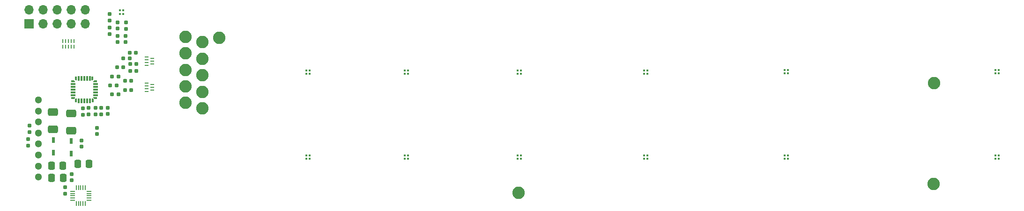
<source format=gts>
G04 #@! TF.GenerationSoftware,KiCad,Pcbnew,7.0.1*
G04 #@! TF.CreationDate,2023-10-11T19:04:08-05:00*
G04 #@! TF.ProjectId,FLED_Board,464c4544-5f42-46f6-9172-642e6b696361,1*
G04 #@! TF.SameCoordinates,Original*
G04 #@! TF.FileFunction,Soldermask,Top*
G04 #@! TF.FilePolarity,Negative*
%FSLAX46Y46*%
G04 Gerber Fmt 4.6, Leading zero omitted, Abs format (unit mm)*
G04 Created by KiCad (PCBNEW 7.0.1) date 2023-10-11 19:04:08*
%MOMM*%
%LPD*%
G01*
G04 APERTURE LIST*
G04 Aperture macros list*
%AMRoundRect*
0 Rectangle with rounded corners*
0 $1 Rounding radius*
0 $2 $3 $4 $5 $6 $7 $8 $9 X,Y pos of 4 corners*
0 Add a 4 corners polygon primitive as box body*
4,1,4,$2,$3,$4,$5,$6,$7,$8,$9,$2,$3,0*
0 Add four circle primitives for the rounded corners*
1,1,$1+$1,$2,$3*
1,1,$1+$1,$4,$5*
1,1,$1+$1,$6,$7*
1,1,$1+$1,$8,$9*
0 Add four rect primitives between the rounded corners*
20,1,$1+$1,$2,$3,$4,$5,0*
20,1,$1+$1,$4,$5,$6,$7,0*
20,1,$1+$1,$6,$7,$8,$9,0*
20,1,$1+$1,$8,$9,$2,$3,0*%
%AMFreePoly0*
4,1,20,0.183918,0.148406,0.199736,0.141903,0.364236,-0.021737,0.364260,-0.021795,0.364320,-0.021820,0.370918,-0.037749,0.377500,-0.053522,0.377475,-0.053581,0.377500,-0.053640,0.377500,-0.100000,0.364320,-0.131820,0.332500,-0.145000,-0.332500,-0.145000,-0.364320,-0.131820,-0.377500,-0.100000,-0.377500,0.110000,-0.364320,0.141820,-0.332500,0.155000,0.168000,0.155000,0.183918,0.148406,
0.183918,0.148406,$1*%
%AMFreePoly1*
4,1,20,0.364320,0.131820,0.377500,0.100000,0.377500,0.053640,0.377475,0.053581,0.377500,0.053522,0.370918,0.037749,0.364320,0.021820,0.364260,0.021795,0.364236,0.021737,0.199736,-0.141903,0.183918,-0.148406,0.168000,-0.155000,-0.332500,-0.155000,-0.364320,-0.141820,-0.377500,-0.110000,-0.377500,0.100000,-0.364320,0.131820,-0.332500,0.145000,0.332500,0.145000,0.364320,0.131820,
0.364320,0.131820,$1*%
%AMFreePoly2*
4,1,20,0.138284,0.360784,0.150000,0.332500,0.150000,-0.332500,0.138284,-0.360784,0.110000,-0.372500,-0.110000,-0.372500,-0.138284,-0.360784,-0.150000,-0.332500,-0.150000,0.168000,-0.144102,0.182237,-0.138358,0.196210,0.025282,0.360710,0.025334,0.360731,0.025356,0.360784,0.039384,0.366595,0.053535,0.372500,0.053587,0.372478,0.053640,0.372500,0.110000,0.372500,0.138284,0.360784,
0.138284,0.360784,$1*%
%AMFreePoly3*
4,1,20,-0.052877,0.377184,-0.052105,0.377474,-0.037072,0.370637,-0.021820,0.364320,-0.021504,0.363557,-0.020753,0.363216,0.132887,0.198716,0.138682,0.183251,0.145000,0.168000,0.145000,-0.332500,0.131820,-0.364320,0.100000,-0.377500,-0.110000,-0.377500,-0.141820,-0.364320,-0.155000,-0.332500,-0.155000,0.332500,-0.141820,0.364320,-0.110000,0.377500,-0.053640,0.377500,-0.052877,0.377184,
-0.052877,0.377184,$1*%
%AMFreePoly4*
4,1,20,0.364320,0.131820,0.377500,0.100000,0.377500,-0.110000,0.364320,-0.141820,0.332500,-0.155000,-0.168000,-0.155000,-0.183918,-0.148406,-0.199736,-0.141903,-0.364236,0.021737,-0.364260,0.021795,-0.364320,0.021820,-0.370918,0.037749,-0.377500,0.053522,-0.377475,0.053581,-0.377500,0.053640,-0.377500,0.100000,-0.364320,0.131820,-0.332500,0.145000,0.332500,0.145000,0.364320,0.131820,
0.364320,0.131820,$1*%
%AMFreePoly5*
4,1,20,0.364320,0.141820,0.377500,0.110000,0.377500,-0.100000,0.364320,-0.131820,0.332500,-0.145000,-0.332500,-0.145000,-0.364320,-0.131820,-0.377500,-0.100000,-0.377500,-0.053640,-0.377475,-0.053581,-0.377500,-0.053522,-0.370918,-0.037749,-0.364320,-0.021820,-0.364260,-0.021795,-0.364236,-0.021737,-0.199736,0.141903,-0.183918,0.148406,-0.168000,0.155000,0.332500,0.155000,0.364320,0.141820,
0.364320,0.141820,$1*%
%AMFreePoly6*
4,1,20,0.131820,0.364320,0.145000,0.332500,0.145000,-0.168000,0.138682,-0.183251,0.132887,-0.198716,-0.020753,-0.363216,-0.021504,-0.363557,-0.021820,-0.364320,-0.037072,-0.370637,-0.052105,-0.377474,-0.052877,-0.377184,-0.053640,-0.377500,-0.110000,-0.377500,-0.141820,-0.364320,-0.155000,-0.332500,-0.155000,0.332500,-0.141820,0.364320,-0.110000,0.377500,0.100000,0.377500,0.131820,0.364320,
0.131820,0.364320,$1*%
%AMFreePoly7*
4,1,20,0.131820,0.364320,0.145000,0.332500,0.145000,-0.332500,0.131820,-0.364320,0.100000,-0.377500,0.053640,-0.377500,0.053581,-0.377475,0.053522,-0.377500,0.037749,-0.370918,0.021820,-0.364320,0.021795,-0.364260,0.021737,-0.364236,-0.141903,-0.199736,-0.148406,-0.183918,-0.155000,-0.168000,-0.155000,0.332500,-0.141820,0.364320,-0.110000,0.377500,0.100000,0.377500,0.131820,0.364320,
0.131820,0.364320,$1*%
G04 Aperture macros list end*
%ADD10R,0.400000X0.400000*%
%ADD11RoundRect,0.155000X0.212500X0.155000X-0.212500X0.155000X-0.212500X-0.155000X0.212500X-0.155000X0*%
%ADD12RoundRect,0.155000X-0.212500X-0.155000X0.212500X-0.155000X0.212500X0.155000X-0.212500X0.155000X0*%
%ADD13C,2.250000*%
%ADD14RoundRect,0.155000X0.155000X-0.212500X0.155000X0.212500X-0.155000X0.212500X-0.155000X-0.212500X0*%
%ADD15RoundRect,0.250000X-0.650000X0.412500X-0.650000X-0.412500X0.650000X-0.412500X0.650000X0.412500X0*%
%ADD16R,0.500000X1.100000*%
%ADD17R,0.700000X0.200000*%
%ADD18FreePoly0,90.000000*%
%ADD19RoundRect,0.075000X0.075000X-0.362500X0.075000X0.362500X-0.075000X0.362500X-0.075000X-0.362500X0*%
%ADD20FreePoly1,90.000000*%
%ADD21FreePoly2,90.000000*%
%ADD22RoundRect,0.075000X0.362500X-0.075000X0.362500X0.075000X-0.362500X0.075000X-0.362500X-0.075000X0*%
%ADD23FreePoly3,90.000000*%
%ADD24FreePoly4,90.000000*%
%ADD25FreePoly5,90.000000*%
%ADD26FreePoly6,90.000000*%
%ADD27FreePoly7,90.000000*%
%ADD28RoundRect,0.155000X-0.155000X0.212500X-0.155000X-0.212500X0.155000X-0.212500X0.155000X0.212500X0*%
%ADD29RoundRect,0.250000X0.337500X0.475000X-0.337500X0.475000X-0.337500X-0.475000X0.337500X-0.475000X0*%
%ADD30RoundRect,0.055000X-0.350000X-0.055000X0.350000X-0.055000X0.350000X0.055000X-0.350000X0.055000X0*%
%ADD31RoundRect,0.055000X-0.055000X-0.350000X0.055000X-0.350000X0.055000X0.350000X-0.055000X0.350000X0*%
%ADD32RoundRect,0.250000X-0.337500X-0.475000X0.337500X-0.475000X0.337500X0.475000X-0.337500X0.475000X0*%
%ADD33R,1.700000X1.700000*%
%ADD34O,1.700000X1.700000*%
%ADD35R,0.250000X0.725000*%
%ADD36R,0.250000X0.775000*%
%ADD37C,1.300000*%
G04 APERTURE END LIST*
D10*
X258917200Y-32555000D03*
X258917200Y-33155000D03*
X259517200Y-33155000D03*
X259517200Y-32555000D03*
D11*
X138478200Y-36916400D03*
X137343200Y-36916400D03*
D12*
X140509900Y-29423800D03*
X141644900Y-29423800D03*
D13*
X156750000Y-26715600D03*
D10*
X297617200Y-33155000D03*
X297617200Y-32555000D03*
X297017200Y-32555000D03*
X297017200Y-33155000D03*
X258917200Y-48655000D03*
X259517200Y-48655000D03*
X259517200Y-48055000D03*
X258917200Y-48055000D03*
D14*
X136576200Y-40549300D03*
X136576200Y-39414300D03*
X136911400Y-26003100D03*
X136911400Y-24868100D03*
D15*
X126678800Y-40182500D03*
X126678800Y-43307500D03*
D10*
X297617200Y-48055000D03*
X297017200Y-48055000D03*
X297017200Y-48655000D03*
X297617200Y-48655000D03*
X172467200Y-33205000D03*
X173067200Y-33205000D03*
X173067200Y-32605000D03*
X172467200Y-32605000D03*
D14*
X139781600Y-27485000D03*
X139781600Y-26350000D03*
D10*
X190267200Y-48055000D03*
X190267200Y-48655000D03*
X190867200Y-48655000D03*
X190867200Y-48055000D03*
D13*
X153650000Y-36515600D03*
D16*
X126704200Y-47570200D03*
X126704200Y-45270200D03*
D17*
X143625700Y-34960600D03*
X143625700Y-35460600D03*
X143625700Y-35960600D03*
X143625700Y-36460600D03*
X144625700Y-36210600D03*
X144625700Y-35710600D03*
X144625700Y-35210600D03*
D18*
X130819000Y-38085600D03*
D19*
X131314000Y-38135600D03*
X131814000Y-38135600D03*
X132314000Y-38135600D03*
X132814000Y-38135600D03*
X133314000Y-38135600D03*
D20*
X133809000Y-38085600D03*
D21*
X134294000Y-37610600D03*
D22*
X134349000Y-37105600D03*
X134349000Y-36605600D03*
X134349000Y-36105600D03*
X134349000Y-35605600D03*
X134349000Y-35105600D03*
D23*
X134299000Y-34600600D03*
D24*
X133804000Y-34105600D03*
D19*
X133309000Y-34055600D03*
X132809000Y-34055600D03*
X132309000Y-34055600D03*
X131809000Y-34055600D03*
X131309000Y-34055600D03*
D25*
X130814000Y-34105600D03*
D26*
X130319000Y-34600600D03*
D22*
X130269000Y-35105600D03*
X130269000Y-35605600D03*
X130269000Y-36105600D03*
X130269000Y-36605600D03*
X130269000Y-37105600D03*
D27*
X130319000Y-37600600D03*
D14*
X138333800Y-25029200D03*
X138333800Y-23894200D03*
D11*
X138478200Y-33766800D03*
X137343200Y-33766800D03*
D28*
X130058500Y-51428300D03*
X130058500Y-52563300D03*
D12*
X140586100Y-32700400D03*
X141721100Y-32700400D03*
X139366900Y-30414400D03*
X140501900Y-30414400D03*
D17*
X143582200Y-30180000D03*
X143582200Y-30680000D03*
X143582200Y-31180000D03*
X143582200Y-31680000D03*
X144582200Y-31430000D03*
X144582200Y-30930000D03*
X144582200Y-30430000D03*
D14*
X131856800Y-46475500D03*
X131856800Y-45340500D03*
D13*
X153650000Y-30515600D03*
D15*
X129926400Y-40439300D03*
X129926400Y-43564300D03*
D14*
X136911400Y-23564700D03*
X136911400Y-22429700D03*
D12*
X138223900Y-32065400D03*
X139358900Y-32065400D03*
D29*
X133177300Y-49613600D03*
X131102300Y-49613600D03*
D14*
X122154000Y-46246900D03*
X122154000Y-45111900D03*
X134341000Y-40574700D03*
X134341000Y-39439700D03*
D10*
X234117200Y-48055000D03*
X233517200Y-48055000D03*
X233517200Y-48655000D03*
X234117200Y-48655000D03*
X211267200Y-33255000D03*
X211267200Y-32655000D03*
X210667200Y-32655000D03*
X210667200Y-33255000D03*
D14*
X133096400Y-40558000D03*
X133096400Y-39423000D03*
D30*
X130217600Y-54571200D03*
X130217600Y-54971200D03*
X130217600Y-55371200D03*
X130217600Y-55771200D03*
X130217600Y-56171200D03*
D31*
X130882600Y-56806200D03*
X131282600Y-56806200D03*
X131682600Y-56806200D03*
X132082600Y-56806200D03*
X132482600Y-56806200D03*
D30*
X133142600Y-56171200D03*
X133142600Y-55771200D03*
X133142600Y-55371200D03*
X133142600Y-54971200D03*
X133142600Y-54571200D03*
D31*
X132482600Y-53906200D03*
X132082600Y-53906200D03*
X131682600Y-53906200D03*
X131282600Y-53906200D03*
X130882600Y-53906200D03*
D13*
X153650000Y-27515600D03*
D14*
X135407800Y-40574700D03*
X135407800Y-39439700D03*
D13*
X285817200Y-53205000D03*
D14*
X132105800Y-40658900D03*
X132105800Y-39523900D03*
D13*
X153650000Y-33515600D03*
D14*
X134625400Y-44147400D03*
X134625400Y-43012400D03*
D10*
X234117200Y-33205000D03*
X234117200Y-32605000D03*
X233517200Y-32605000D03*
X233517200Y-33205000D03*
D13*
X210817200Y-54805000D03*
D10*
X138745000Y-21757400D03*
X138745000Y-22357400D03*
X139345000Y-22357400D03*
X139345000Y-21757400D03*
D32*
X126408700Y-52148200D03*
X128483700Y-52148200D03*
D16*
X129980800Y-47743800D03*
X129980800Y-45443800D03*
D14*
X139857400Y-25072400D03*
X139857400Y-23937400D03*
D13*
X150650000Y-32515600D03*
D28*
X122433400Y-42648100D03*
X122433400Y-43783100D03*
D33*
X122346000Y-24156000D03*
D34*
X122346000Y-21616000D03*
X124886000Y-24156000D03*
X124886000Y-21616000D03*
X127426000Y-24156000D03*
X127426000Y-21616000D03*
X129966000Y-24156000D03*
X129966000Y-21616000D03*
X132506000Y-24156000D03*
X132506000Y-21616000D03*
D11*
X140789600Y-34528800D03*
X139654600Y-34528800D03*
D12*
X140611500Y-31430400D03*
X141746500Y-31430400D03*
D11*
X140789600Y-36154400D03*
X139654600Y-36154400D03*
D13*
X285917200Y-34905000D03*
D35*
X130443800Y-27302500D03*
X129943800Y-27302500D03*
X129443800Y-27302500D03*
X128943800Y-27302500D03*
X128443800Y-27302500D03*
D36*
X128443800Y-28302500D03*
X128943800Y-28302500D03*
X129443800Y-28302500D03*
X129943800Y-28302500D03*
X130443800Y-28302500D03*
D10*
X190267200Y-32605000D03*
X190267200Y-33205000D03*
X190867200Y-33205000D03*
X190867200Y-32605000D03*
D14*
X128864700Y-54976300D03*
X128864700Y-53841300D03*
D13*
X150650000Y-26515600D03*
X153650000Y-39515600D03*
X150617400Y-35515600D03*
X150650000Y-29515600D03*
D14*
X138359200Y-27485000D03*
X138359200Y-26350000D03*
D11*
X138152200Y-35367000D03*
X137017200Y-35367000D03*
D13*
X150650000Y-38515600D03*
D10*
X173067200Y-48055000D03*
X172467200Y-48055000D03*
X172467200Y-48655000D03*
X173067200Y-48655000D03*
D32*
X126370400Y-49895800D03*
X128445400Y-49895800D03*
D10*
X210617200Y-48055000D03*
X210617200Y-48655000D03*
X211217200Y-48655000D03*
X211217200Y-48055000D03*
D37*
X124037200Y-51969200D03*
X124037200Y-49969200D03*
X124037200Y-47969200D03*
X124037200Y-45969200D03*
X124037200Y-43969200D03*
X124037200Y-41969200D03*
X124037200Y-39969200D03*
X124037200Y-37969200D03*
M02*

</source>
